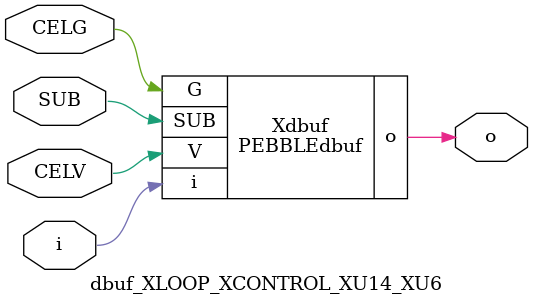
<source format=v>



module PEBBLEdbuf ( o, G, SUB, V, i );

  input V;
  input i;
  input G;
  output o;
  input SUB;
endmodule

//Celera Confidential Do Not Copy dbuf_XLOOP_XCONTROL_XU14_XU6
//Celera Confidential Symbol Generator
//Digital Buffer
module dbuf_XLOOP_XCONTROL_XU14_XU6 (CELV,CELG,i,o,SUB);
input CELV;
input CELG;
input i;
input SUB;
output o;

//Celera Confidential Do Not Copy dbuf
PEBBLEdbuf Xdbuf(
.V (CELV),
.i (i),
.o (o),
.SUB (SUB),
.G (CELG)
);
//,diesize,PEBBLEdbuf

//Celera Confidential Do Not Copy Module End
//Celera Schematic Generator
endmodule

</source>
